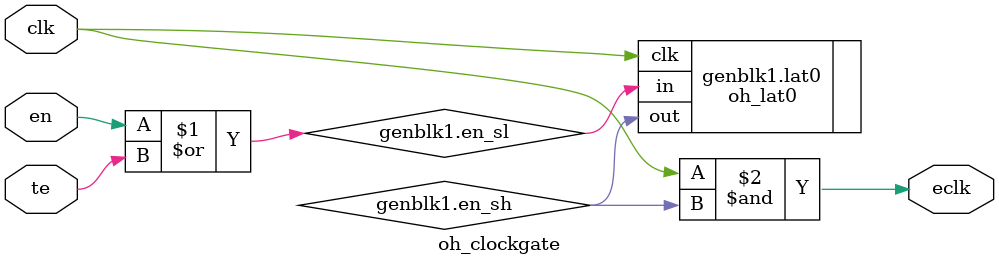
<source format=v>


module oh_clockgate
  #(parameter SYN  = "TRUE",    // synthesizable
    parameter TYPE = "DEFAULT"  // implementation type
    )
(
 input 	clk, // clock input
 input 	te,  // test enable
 input 	en,  // enable (from positive edge FF)
 output eclk // enabled clock output
 );

   generate
      if(SYN == "TRUE") begin

	 wire     en_sh;
	 wire     en_sl;

	 //Stable low/valid rising edge enable
	 assign   en_sl = en | te;

	 //Stable high enable signal
	 oh_lat0 lat0 (.out (en_sh),
		       .in  (en_sl),
		       .clk (clk));

	 assign eclk =  clk & en_sh;

      end
      else begin
	 asic_clockgate #(.TYPE(TYPE))
	 asic_clockgate (// Outputs
			 .eclk		(eclk),
			 // Inputs
			 .clk		(clk),
			 .te		(te),
			 .en		(en));
      end
   endgenerate
endmodule

</source>
